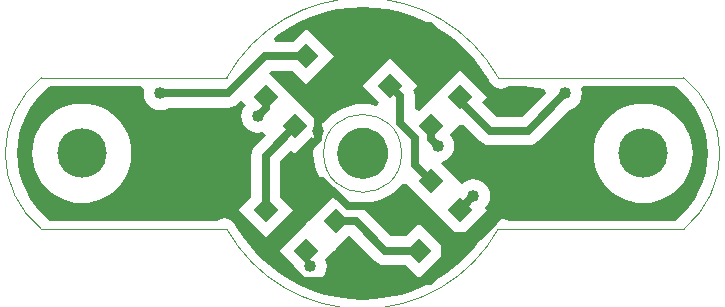
<source format=gtl>
%FSLAX25Y25*%
%MOIN*%
G70*
G01*
G75*
G04 Layer_Physical_Order=1*
G04 Layer_Color=255*
%ADD10P,0.08352X4X360.0*%
%ADD11P,0.08352X4X90.0*%
%ADD12C,0.02500*%
%ADD13C,0.00100*%
%ADD14C,0.16500*%
%ADD15C,0.04000*%
G36*
X601656Y508328D02*
X603249Y507845D01*
X604717Y507060D01*
X606004Y506004D01*
X607060Y504717D01*
X607845Y503249D01*
X608328Y501656D01*
X608491Y500000D01*
X608328Y498344D01*
X607845Y496751D01*
X607060Y495283D01*
X606004Y493996D01*
X604717Y492940D01*
X603249Y492155D01*
X601656Y491672D01*
X600000Y491509D01*
X598344Y491672D01*
X596751Y492155D01*
X595283Y492940D01*
X593996Y493996D01*
X592940Y495283D01*
X592155Y496751D01*
X591672Y498344D01*
X591509Y500000D01*
X591672Y501656D01*
X592155Y503249D01*
X592940Y504717D01*
X593996Y506004D01*
X595283Y507060D01*
X596751Y507845D01*
X598344Y508328D01*
X600000Y508491D01*
X601656Y508328D01*
D02*
G37*
G36*
X704159Y522447D02*
X704480Y522201D01*
X704483Y522179D01*
X704483Y522179D01*
X704483Y522179D01*
X706699Y520199D01*
X708828Y517816D01*
X710677Y515210D01*
X712223Y512413D01*
X713446Y509461D01*
X714330Y506391D01*
X714866Y503240D01*
X715045Y500050D01*
X714866Y496860D01*
X714330Y493709D01*
X713446Y490639D01*
X712223Y487687D01*
X710677Y484890D01*
X708828Y482284D01*
X706699Y479901D01*
X704483Y477921D01*
X704483D01*
X704483Y477921D01*
X704480Y477899D01*
X704159Y477653D01*
X704042Y477500D01*
X648617D01*
X648118Y477882D01*
X647145Y478285D01*
X646101Y478423D01*
X645057Y478285D01*
X644084Y477882D01*
X643248Y477241D01*
X642607Y476406D01*
X642584Y476349D01*
X642576Y476346D01*
X642576D01*
X642205Y475633D01*
X639921Y472047D01*
X637332Y468674D01*
X634460Y465540D01*
X631326Y462668D01*
X627953Y460079D01*
X624367Y457795D01*
X620596Y455832D01*
X616668Y454205D01*
X612613Y452927D01*
X608463Y452006D01*
X604247Y451451D01*
X600000Y451266D01*
X595753Y451451D01*
X591537Y452006D01*
X587387Y452927D01*
X583332Y454205D01*
X579404Y455832D01*
X575633Y457795D01*
X572047Y460079D01*
X568674Y462668D01*
X565540Y465540D01*
X562668Y468674D01*
X560079Y472047D01*
X557795Y475633D01*
X557424Y476346D01*
X557424D01*
X557416Y476349D01*
X557393Y476406D01*
X556752Y477241D01*
X555916Y477882D01*
X554943Y478285D01*
X553899Y478423D01*
X552855Y478285D01*
X551882Y477882D01*
X551383Y477500D01*
X495858D01*
X495741Y477653D01*
X495420Y477899D01*
X495417Y477921D01*
X495417Y477921D01*
X495417Y477921D01*
X493201Y479901D01*
X491072Y482284D01*
X489223Y484890D01*
X487677Y487687D01*
X486454Y490639D01*
X485570Y493709D01*
X485034Y496860D01*
X484855Y500050D01*
X485034Y503240D01*
X485570Y506391D01*
X486454Y509461D01*
X487677Y512413D01*
X489223Y515210D01*
X491072Y517816D01*
X493201Y520199D01*
X495417Y522179D01*
X495417D01*
X495417Y522179D01*
X495420Y522201D01*
X495741Y522447D01*
X495782Y522500D01*
X526144D01*
X527133Y521372D01*
X526953Y520000D01*
X527142Y518564D01*
X527696Y517226D01*
X528577Y516077D01*
X529726Y515196D01*
X531064Y514642D01*
X532500Y514453D01*
X533936Y514642D01*
X535274Y515196D01*
X535291Y515209D01*
X555000D01*
X556240Y515372D01*
X557057Y515711D01*
X557396Y515851D01*
X558388Y516612D01*
X559504Y517729D01*
X560962Y516272D01*
X560196Y515274D01*
X559642Y513936D01*
X559452Y512500D01*
X559642Y511064D01*
X560196Y509726D01*
X561077Y508577D01*
X562226Y507696D01*
X563564Y507142D01*
X565000Y506952D01*
X566436Y507142D01*
X566766Y507278D01*
X567599Y506031D01*
X564220Y502652D01*
X563459Y501660D01*
X562980Y500504D01*
X562817Y499264D01*
Y485583D01*
X558482Y481249D01*
X567608Y472123D01*
X576733Y481249D01*
X572399Y485583D01*
Y497280D01*
X576176Y501057D01*
X577351Y499882D01*
X582864Y505395D01*
X584138Y504603D01*
X584028Y504280D01*
X583606Y502158D01*
X583465Y500000D01*
X583606Y497842D01*
X584028Y495720D01*
X584723Y493672D01*
X585680Y491732D01*
X586882Y489934D01*
X588308Y488308D01*
X589888Y486921D01*
X589938Y485422D01*
X581999Y477483D01*
X581999Y477483D01*
Y477483D01*
X581867Y477351D01*
X581558Y477042D01*
X581249Y476733D01*
X581117Y476601D01*
X581117D01*
X581117Y476601D01*
X572123Y467608D01*
X576985Y462746D01*
X576953Y462500D01*
X577142Y461064D01*
X577696Y459726D01*
X578577Y458577D01*
X579726Y457696D01*
X581064Y457142D01*
X582500Y456952D01*
X583936Y457142D01*
X585274Y457696D01*
X586423Y458577D01*
X587304Y459726D01*
X587858Y461064D01*
X588048Y462500D01*
X587858Y463936D01*
X587520Y464753D01*
X590374Y467608D01*
X590374D01*
X590992Y468226D01*
X591124Y468358D01*
X591124D01*
X591124Y468358D01*
X595327Y472560D01*
X595664D01*
X604005Y464220D01*
X604997Y463459D01*
X606152Y462980D01*
X607392Y462817D01*
X614417D01*
X618751Y458482D01*
X627877Y467608D01*
X618751Y476733D01*
X614417Y472399D01*
X609377D01*
X601037Y480739D01*
D01*
X601037Y480739D01*
D01*
D01*
D01*
X601037Y480739D01*
X601036Y480739D01*
X600044Y481500D01*
X599706Y481641D01*
X598889Y481979D01*
X598042Y482091D01*
X598189Y483583D01*
X600000Y483465D01*
X602158Y483606D01*
X604280Y484028D01*
X606328Y484723D01*
X608268Y485680D01*
X610066Y486882D01*
X611692Y488308D01*
X613079Y489888D01*
X614578Y489938D01*
X622517Y481999D01*
X622517Y481999D01*
X622517D01*
X622649Y481867D01*
X623267Y481249D01*
D01*
D01*
D01*
D01*
X623267D01*
X632392Y472123D01*
X641518Y481249D01*
X640849Y481918D01*
X641730Y483067D01*
X642284Y484405D01*
X642474Y485841D01*
X642284Y487276D01*
X641730Y488614D01*
X640849Y489763D01*
X639700Y490645D01*
X638362Y491199D01*
X636926Y491388D01*
X635490Y491199D01*
X634152Y490645D01*
X633003Y489763D01*
X632524Y490242D01*
X632524Y490242D01*
X632524D01*
X632392Y490374D01*
X632083Y490683D01*
X631774Y490992D01*
X631642Y491124D01*
Y491124D01*
X631642Y491124D01*
X626230Y496536D01*
X626436Y497142D01*
X627774Y497696D01*
X628923Y498577D01*
X629804Y499726D01*
X630358Y501064D01*
X630548Y502500D01*
X630358Y503936D01*
X629804Y505274D01*
X629038Y506272D01*
X631774Y509008D01*
X631774D01*
X632392Y509626D01*
X632392D01*
X633599Y509626D01*
X639112Y504112D01*
D01*
X639112Y504112D01*
X639112Y504112D01*
D01*
D01*
D01*
X639112Y504112D01*
Y504112D01*
X640104Y503351D01*
X641260Y502872D01*
X642500Y502709D01*
X655000D01*
X656240Y502872D01*
X657057Y503211D01*
X657396Y503351D01*
X658388Y504112D01*
Y504112D01*
X658388D01*
D01*
D01*
D01*
D01*
D01*
D01*
X658388D01*
D01*
X658388D01*
Y504112D01*
D01*
D01*
D01*
D01*
Y504112D01*
D01*
D01*
D01*
D01*
D01*
D01*
Y504112D01*
D01*
D01*
X658388D01*
D01*
D01*
D01*
X668914Y514639D01*
X668936Y514642D01*
X670274Y515196D01*
X671423Y516077D01*
X672304Y517226D01*
X672858Y518564D01*
X673047Y520000D01*
X672858Y521436D01*
X673569Y522500D01*
X704118D01*
X704159Y522447D01*
D02*
G37*
G36*
X604247Y548549D02*
X608463Y547994D01*
X612613Y547073D01*
X616668Y545795D01*
X620596Y544168D01*
X624367Y542205D01*
X627953Y539921D01*
X631326Y537332D01*
X634460Y534460D01*
X637332Y531326D01*
X639921Y527953D01*
X642205Y524367D01*
X642576Y523654D01*
X642576Y523654D01*
X642584Y523651D01*
D01*
X642607Y523594D01*
X643248Y522759D01*
X644084Y522118D01*
X645057Y521715D01*
X646101Y521577D01*
X647145Y521715D01*
X648118Y522118D01*
X648617Y522500D01*
X653888D01*
X660457Y521635D01*
X660940Y520215D01*
X653016Y512291D01*
X644485D01*
X639771Y517004D01*
X641518Y518751D01*
X632392Y527877D01*
X623267Y518751D01*
Y518751D01*
X622649Y518133D01*
Y518133D01*
X618677Y514161D01*
X617291Y514735D01*
Y519156D01*
X617128Y520396D01*
X616763Y521278D01*
X618133Y522649D01*
X609008Y531774D01*
X599882Y522649D01*
X605395Y517136D01*
X604603Y515862D01*
X604280Y515972D01*
X602158Y516394D01*
X600000Y516535D01*
X597842Y516394D01*
X595720Y515972D01*
X593672Y515277D01*
X591732Y514320D01*
X589934Y513118D01*
X588308Y511692D01*
X586921Y510112D01*
X585422Y510062D01*
X577351Y518133D01*
X577351D01*
X576733Y518751D01*
X576733D01*
X568630Y526855D01*
X569377Y527601D01*
X576914D01*
X581249Y523267D01*
X590374Y532392D01*
X581249Y541518D01*
X576914Y537183D01*
X570813D01*
X570331Y538604D01*
X572047Y539921D01*
X575633Y542205D01*
X579404Y544168D01*
X583332Y545795D01*
X587387Y547073D01*
X591537Y547994D01*
X595753Y548549D01*
X600000Y548734D01*
X604247Y548549D01*
D02*
G37*
%LPC*%
G36*
X506375Y516585D02*
X504217Y516444D01*
X502095Y516022D01*
X500047Y515327D01*
X498107Y514370D01*
X496309Y513168D01*
X494683Y511742D01*
X493257Y510116D01*
X492055Y508318D01*
X491098Y506378D01*
X490403Y504330D01*
X489981Y502208D01*
X489840Y500050D01*
X489981Y497892D01*
X490403Y495770D01*
X491098Y493722D01*
X492055Y491782D01*
X493257Y489984D01*
X494683Y488358D01*
X496309Y486932D01*
X498107Y485730D01*
X500047Y484773D01*
X502095Y484078D01*
X504217Y483656D01*
X506375Y483515D01*
X508533Y483656D01*
X510655Y484078D01*
X512703Y484773D01*
X514643Y485730D01*
X516441Y486932D01*
X518067Y488358D01*
X519493Y489984D01*
X520695Y491782D01*
X521652Y493722D01*
X522347Y495770D01*
X522769Y497892D01*
X522910Y500050D01*
X522769Y502208D01*
X522347Y504330D01*
X521652Y506378D01*
X520695Y508318D01*
X519493Y510116D01*
X518067Y511742D01*
X516441Y513168D01*
X514643Y514370D01*
X512703Y515327D01*
X510655Y516022D01*
X508533Y516444D01*
X506375Y516585D01*
D02*
G37*
G36*
X693525D02*
X691367Y516444D01*
X689245Y516022D01*
X687197Y515327D01*
X685257Y514370D01*
X683459Y513168D01*
X681833Y511742D01*
X680407Y510116D01*
X679205Y508318D01*
X678248Y506378D01*
X677553Y504330D01*
X677131Y502208D01*
X676990Y500050D01*
X677131Y497892D01*
X677553Y495770D01*
X678248Y493722D01*
X679205Y491782D01*
X680407Y489984D01*
X681833Y488358D01*
X683459Y486932D01*
X685257Y485730D01*
X687197Y484773D01*
X689245Y484078D01*
X691367Y483656D01*
X693525Y483515D01*
X695683Y483656D01*
X697805Y484078D01*
X699853Y484773D01*
X701793Y485730D01*
X703591Y486932D01*
X705217Y488358D01*
X706643Y489984D01*
X707845Y491782D01*
X708802Y493722D01*
X709497Y495770D01*
X709919Y497892D01*
X710060Y500050D01*
X709919Y502208D01*
X709497Y504330D01*
X708802Y506378D01*
X707845Y508318D01*
X706643Y510116D01*
X705217Y511742D01*
X703591Y513168D01*
X701793Y514370D01*
X699853Y515327D01*
X697805Y516022D01*
X695683Y516444D01*
X693525Y516585D01*
D02*
G37*
%LPD*%
D10*
X632392Y518751D02*
D03*
X622649Y509008D02*
D03*
X618751Y532392D02*
D03*
X609008Y522649D02*
D03*
X590992Y477351D02*
D03*
X581249Y467608D02*
D03*
X577351Y490992D02*
D03*
X567608Y481249D02*
D03*
D11*
X618751Y467608D02*
D03*
X609008Y477351D02*
D03*
X632392Y481249D02*
D03*
X622649Y490992D02*
D03*
X581249Y532392D02*
D03*
X590992Y522649D02*
D03*
X567608Y518751D02*
D03*
X577351Y509008D02*
D03*
D12*
X632392Y481307D02*
X636926Y485841D01*
X632392Y481249D02*
Y481307D01*
X638986Y472500D02*
X646486Y480000D01*
X627500Y472500D02*
X638986D01*
X627500Y462500D02*
Y472500D01*
X646486Y480000D02*
X650000D01*
X592649Y522649D02*
X612500Y542500D01*
X609322Y539322D02*
X617608Y532392D01*
X605196Y542774D02*
X609322Y539322D01*
X557500Y480000D02*
X580000Y457500D01*
X547500Y480000D02*
X557500D01*
X642500Y520000D02*
X650000D01*
X637500Y525000D02*
X642500Y520000D01*
Y507500D02*
X655000D01*
X667500Y520000D01*
X585000Y504802D02*
Y516656D01*
X604156Y482500D02*
X609156Y477500D01*
X590992Y522649D02*
X592649D01*
X585000Y516656D02*
X590992Y522649D01*
X622500Y457500D02*
X627500Y462500D01*
X609156Y477500D02*
X622500D01*
X615000Y457500D02*
X622500D01*
X612500Y460000D02*
X615000Y457500D01*
X597500Y460000D02*
X612500D01*
X580000Y457500D02*
X595000D01*
X597500Y460000D01*
X540000Y520000D02*
X555000D01*
X567392Y532392D01*
X532500Y520000D02*
X540000D01*
X622500Y542500D02*
X637500Y527500D01*
X612500Y542500D02*
X622500D01*
X637500Y525000D02*
Y527500D01*
X622500Y477500D02*
X627500Y472500D01*
X595000Y482500D02*
X604156D01*
X606280Y480079D02*
X609008Y477351D01*
X609156Y477500D01*
X586508Y490992D02*
X595000Y482500D01*
X577351Y490992D02*
X586508D01*
X617608Y532392D02*
X618751D01*
X580000Y497500D02*
Y499802D01*
X585000Y504802D01*
X567608Y515108D02*
Y518751D01*
X565000Y512500D02*
X567608Y515108D01*
X577351Y494851D02*
X580000Y497500D01*
X577351Y490992D02*
Y494851D01*
X622649Y504851D02*
Y509008D01*
Y504851D02*
X625000Y502500D01*
X632392Y517608D02*
X642500Y507500D01*
X632392Y517608D02*
Y518751D01*
X567392Y532392D02*
X581249D01*
X567608Y499264D02*
X577351Y509008D01*
X567608Y481249D02*
Y499264D01*
X597649Y477351D02*
X607392Y467608D01*
X618751D01*
X590992Y477351D02*
X597649D01*
X617500Y496141D02*
Y505000D01*
X612500Y510000D02*
X617500Y505000D01*
X612500Y510000D02*
Y519156D01*
X609008Y522649D02*
X612500Y519156D01*
X617500Y496141D02*
X622649Y490992D01*
D13*
X645179Y525300D02*
G03*
X554721Y525300I-45229J-25250D01*
G01*
Y474800D02*
G03*
X645179Y474800I45229J25250D01*
G01*
X612950Y500050D02*
G03*
X612950Y500050I-13000J0D01*
G01*
X492888Y525300D02*
G03*
X492888Y474800I20462J-25250D01*
G01*
X707012D02*
G03*
X707012Y525300I-20462J25250D01*
G01*
X492888Y474800D02*
X554721D01*
X492888Y525300D02*
X554721D01*
X645179Y474800D02*
X707012D01*
X645179Y525300D02*
X707012D01*
D14*
X506375Y500050D02*
D03*
X693525D02*
D03*
D15*
X582500Y462500D02*
D03*
X597500Y460000D02*
D03*
X547500Y480000D02*
D03*
X532500Y520000D02*
D03*
X605210Y481446D02*
D03*
X580000Y497500D02*
D03*
X565000Y512500D02*
D03*
X585000Y507500D02*
D03*
X605196Y542774D02*
D03*
X625000Y502500D02*
D03*
X636926Y485841D02*
D03*
X650000Y480000D02*
D03*
Y520000D02*
D03*
X667500D02*
D03*
M02*

</source>
